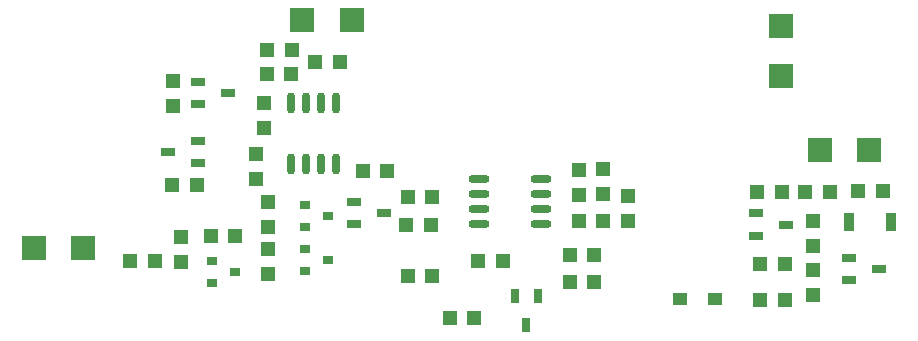
<source format=gbr>
%TF.GenerationSoftware,KiCad,Pcbnew,(6.0.0-rc1-dev-882-gdbc9130da)*%
%TF.CreationDate,2019-10-18T11:57:10+08:00*%
%TF.ProjectId,SoftStartLamp,536F667453746172744C616D702E6B69,rev?*%
%TF.SameCoordinates,Original*%
%TF.FileFunction,Paste,Top*%
%TF.FilePolarity,Positive*%
%FSLAX46Y46*%
G04 Gerber Fmt 4.6, Leading zero omitted, Abs format (unit mm)*
G04 Created by KiCad (PCBNEW (6.0.0-rc1-dev-882-gdbc9130da)) date 2019/10/18 11:57:10*
%MOMM*%
%LPD*%
G01*
G04 APERTURE LIST*
%ADD10R,1.200000X1.200000*%
%ADD11R,1.250000X0.700000*%
%ADD12O,0.700000X1.800000*%
%ADD13R,0.900000X0.800000*%
%ADD14O,1.800000X0.700000*%
%ADD15R,0.700000X1.250000*%
%ADD16R,2.000000X2.000000*%
%ADD17R,0.900000X1.500000*%
%ADD18R,1.250000X1.000000*%
G04 APERTURE END LIST*
D10*
X75692000Y-82042000D03*
X77792000Y-82042000D03*
X64101000Y-99949000D03*
X66201000Y-99949000D03*
X69757000Y-93472000D03*
X67657000Y-93472000D03*
X67725000Y-84675000D03*
X67725000Y-86775000D03*
D11*
X67330000Y-90678000D03*
X69830000Y-89728000D03*
X69830000Y-91628000D03*
X72370000Y-85725000D03*
X69870000Y-86675000D03*
X69870000Y-84775000D03*
D10*
X93252000Y-104775000D03*
X91152000Y-104775000D03*
D12*
X77724000Y-86554000D03*
X78994000Y-86554000D03*
X80264000Y-86554000D03*
X81534000Y-86554000D03*
X81534000Y-91754000D03*
X80264000Y-91754000D03*
X78994000Y-91754000D03*
X77724000Y-91754000D03*
D10*
X73025000Y-97790000D03*
X70925000Y-97790000D03*
X87596000Y-101219000D03*
X89696000Y-101219000D03*
X79756000Y-83058000D03*
X81856000Y-83058000D03*
X75819000Y-98899000D03*
X75819000Y-100999000D03*
X75658000Y-84074000D03*
X77758000Y-84074000D03*
X119541000Y-103251000D03*
X117441000Y-103251000D03*
D13*
X71009000Y-99888000D03*
X71009000Y-101788000D03*
X73009000Y-100838000D03*
X78883000Y-98872000D03*
X78883000Y-100772000D03*
X80883000Y-99822000D03*
X78883000Y-95189000D03*
X78883000Y-97089000D03*
X80883000Y-96139000D03*
D10*
X68453000Y-97883000D03*
X68453000Y-99983000D03*
X89696000Y-94488000D03*
X87596000Y-94488000D03*
D14*
X93666000Y-96774000D03*
X93666000Y-95504000D03*
X93666000Y-94234000D03*
X93666000Y-92964000D03*
X98866000Y-92964000D03*
X98866000Y-94234000D03*
X98866000Y-95504000D03*
X98866000Y-96774000D03*
D10*
X89603000Y-96901000D03*
X87503000Y-96901000D03*
X74803000Y-92998000D03*
X74803000Y-90898000D03*
X75819000Y-97062000D03*
X75819000Y-94962000D03*
X83786000Y-92329000D03*
X85886000Y-92329000D03*
X102074000Y-96520000D03*
X104174000Y-96520000D03*
X117441000Y-100203000D03*
X119541000Y-100203000D03*
X104140000Y-94268000D03*
X104140000Y-92168000D03*
X121932294Y-98625657D03*
X121932294Y-96525657D03*
X121932294Y-102782657D03*
X121932294Y-100682657D03*
X103412000Y-101727000D03*
X101312000Y-101727000D03*
X123363294Y-94112657D03*
X121263294Y-94112657D03*
X106299000Y-96554000D03*
X106299000Y-94454000D03*
X127830000Y-93980000D03*
X125730000Y-93980000D03*
X103412000Y-99441000D03*
X101312000Y-99441000D03*
D11*
X85578000Y-95885000D03*
X83078000Y-96835000D03*
X83078000Y-94935000D03*
X119606294Y-96840657D03*
X117106294Y-97790657D03*
X117106294Y-95890657D03*
D15*
X97663000Y-105390000D03*
X96713000Y-102890000D03*
X98613000Y-102890000D03*
D11*
X127488000Y-100584000D03*
X124988000Y-101534000D03*
X124988000Y-99634000D03*
D16*
X78672000Y-79502000D03*
X82872000Y-79502000D03*
D17*
X128496000Y-96647000D03*
X124996000Y-96647000D03*
D18*
X110666000Y-103124000D03*
X113616000Y-103124000D03*
D16*
X55939000Y-98806000D03*
X60139000Y-98806000D03*
X119253000Y-80069000D03*
X119253000Y-84269000D03*
X122487000Y-90551000D03*
X126687000Y-90551000D03*
D10*
X75438000Y-88680000D03*
X75438000Y-86580000D03*
X119299294Y-94112657D03*
X117199294Y-94112657D03*
X102108000Y-94302000D03*
X102108000Y-92202000D03*
X93565000Y-99949000D03*
X95665000Y-99949000D03*
M02*

</source>
